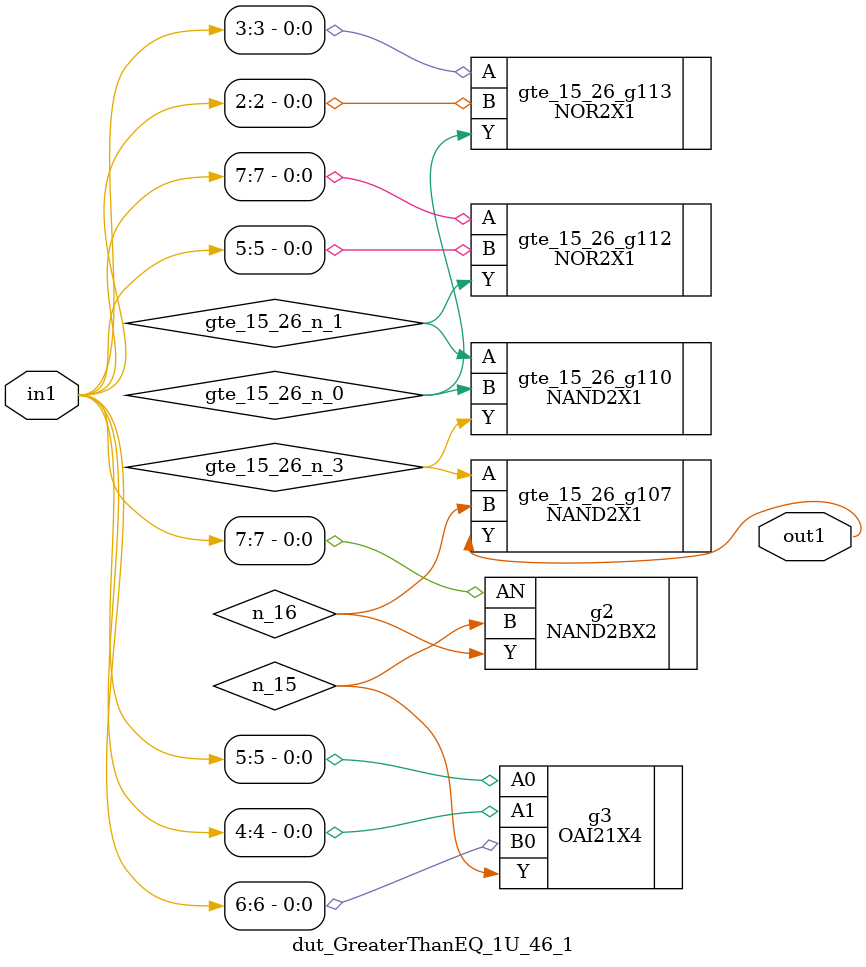
<source format=v>
`timescale 1ps / 1ps


module dut_GreaterThanEQ_1U_46_1(in1, out1);
  input [7:0] in1;
  output out1;
  wire [7:0] in1;
  wire out1;
  wire gte_15_26_n_0, gte_15_26_n_1, gte_15_26_n_3, n_15, n_16;
  NAND2X1 gte_15_26_g107(.A (gte_15_26_n_3), .B (n_16), .Y (out1));
  NAND2X1 gte_15_26_g110(.A (gte_15_26_n_1), .B (gte_15_26_n_0), .Y
       (gte_15_26_n_3));
  NOR2X1 gte_15_26_g112(.A (in1[7]), .B (in1[5]), .Y (gte_15_26_n_1));
  NOR2X1 gte_15_26_g113(.A (in1[3]), .B (in1[2]), .Y (gte_15_26_n_0));
  NAND2BX2 g2(.AN (in1[7]), .B (n_15), .Y (n_16));
  OAI21X4 g3(.A0 (in1[5]), .A1 (in1[4]), .B0 (in1[6]), .Y (n_15));
endmodule



</source>
